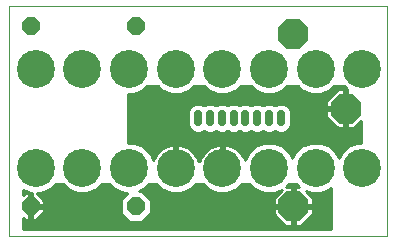
<source format=gbl>
G75*
%MOIN*%
%OFA0B0*%
%FSLAX25Y25*%
%IPPOS*%
%LPD*%
%AMOC8*
5,1,8,0,0,1.08239X$1,22.5*
%
%ADD10C,0.00000*%
%ADD11OC8,0.06000*%
%ADD12C,0.12661*%
%ADD13C,0.02700*%
%ADD14OC8,0.10000*%
%ADD15C,0.01000*%
D10*
X0001000Y0001000D02*
X0001000Y0077772D01*
X0126984Y0077772D01*
X0126984Y0001000D01*
X0001000Y0001000D01*
D11*
X0008126Y0011000D03*
X0043126Y0011000D03*
X0043126Y0071000D03*
X0008126Y0071000D03*
D12*
X0009780Y0056866D03*
X0025331Y0056866D03*
X0040882Y0056866D03*
X0056433Y0056866D03*
X0071984Y0056866D03*
X0087535Y0056866D03*
X0103087Y0056866D03*
X0118638Y0056866D03*
X0118638Y0023795D03*
X0103087Y0023795D03*
X0087535Y0023795D03*
X0071984Y0023795D03*
X0056433Y0023795D03*
X0040882Y0023795D03*
X0025331Y0023795D03*
X0009780Y0023795D03*
D13*
X0063874Y0039020D02*
X0063874Y0041720D01*
X0067811Y0041720D02*
X0067811Y0039020D01*
X0071748Y0039020D02*
X0071748Y0041720D01*
X0075685Y0041720D02*
X0075685Y0039020D01*
X0079622Y0039020D02*
X0079622Y0041720D01*
X0083559Y0041720D02*
X0083559Y0039020D01*
X0087496Y0039020D02*
X0087496Y0041720D01*
X0091433Y0041720D02*
X0091433Y0039020D01*
D14*
X0113126Y0043500D03*
X0095626Y0068500D03*
X0095626Y0011000D03*
D15*
X0096126Y0010985D02*
X0108126Y0010985D01*
X0108126Y0009987D02*
X0102126Y0009987D01*
X0102126Y0010500D02*
X0096126Y0010500D01*
X0096126Y0011500D01*
X0102126Y0011500D01*
X0102126Y0013692D01*
X0099778Y0016040D01*
X0101410Y0015365D01*
X0104764Y0015365D01*
X0107862Y0016648D01*
X0108126Y0016912D01*
X0108126Y0003500D01*
X0005626Y0003500D01*
X0005626Y0007136D01*
X0006262Y0006500D01*
X0007626Y0006500D01*
X0007626Y0010500D01*
X0008626Y0010500D01*
X0008626Y0011500D01*
X0012626Y0011500D01*
X0012626Y0012864D01*
X0010125Y0015365D01*
X0011456Y0015365D01*
X0014555Y0016648D01*
X0016407Y0018500D01*
X0018703Y0018500D01*
X0020555Y0016648D01*
X0023654Y0015365D01*
X0027008Y0015365D01*
X0030106Y0016648D01*
X0031958Y0018500D01*
X0034254Y0018500D01*
X0036106Y0016648D01*
X0039205Y0015365D01*
X0040278Y0015365D01*
X0038026Y0013112D01*
X0038026Y0008888D01*
X0041013Y0005900D01*
X0045238Y0005900D01*
X0048226Y0008888D01*
X0048226Y0013112D01*
X0045238Y0016100D01*
X0044334Y0016100D01*
X0045657Y0016648D01*
X0047509Y0018500D01*
X0049806Y0018500D01*
X0051657Y0016648D01*
X0054756Y0015365D01*
X0058110Y0015365D01*
X0061209Y0016648D01*
X0063061Y0018500D01*
X0065357Y0018500D01*
X0067209Y0016648D01*
X0070307Y0015365D01*
X0073661Y0015365D01*
X0076760Y0016648D01*
X0078612Y0018500D01*
X0080908Y0018500D01*
X0082760Y0016648D01*
X0085858Y0015365D01*
X0089212Y0015365D01*
X0091920Y0016486D01*
X0089126Y0013692D01*
X0089126Y0011500D01*
X0095126Y0011500D01*
X0095126Y0017500D01*
X0093163Y0017500D01*
X0094163Y0018500D01*
X0096459Y0018500D01*
X0097459Y0017500D01*
X0096126Y0017500D01*
X0096126Y0011500D01*
X0095126Y0011500D01*
X0095126Y0010500D01*
X0096126Y0010500D01*
X0096126Y0004500D01*
X0098318Y0004500D01*
X0102126Y0008308D01*
X0102126Y0010500D01*
X0102126Y0011984D02*
X0108126Y0011984D01*
X0108126Y0012982D02*
X0102126Y0012982D01*
X0101838Y0013981D02*
X0108126Y0013981D01*
X0108126Y0014979D02*
X0100839Y0014979D01*
X0099929Y0015978D02*
X0099841Y0015978D01*
X0096984Y0017975D02*
X0093638Y0017975D01*
X0095126Y0016976D02*
X0096126Y0016976D01*
X0096126Y0015978D02*
X0095126Y0015978D01*
X0095126Y0014979D02*
X0096126Y0014979D01*
X0096126Y0013981D02*
X0095126Y0013981D01*
X0095126Y0012982D02*
X0096126Y0012982D01*
X0096126Y0011984D02*
X0095126Y0011984D01*
X0095126Y0010985D02*
X0048226Y0010985D01*
X0048226Y0009987D02*
X0089126Y0009987D01*
X0089126Y0010500D02*
X0089126Y0008308D01*
X0092934Y0004500D01*
X0095126Y0004500D01*
X0095126Y0010500D01*
X0089126Y0010500D01*
X0089126Y0011984D02*
X0048226Y0011984D01*
X0048226Y0012982D02*
X0089126Y0012982D01*
X0089414Y0013981D02*
X0047358Y0013981D01*
X0046359Y0014979D02*
X0090413Y0014979D01*
X0090693Y0015978D02*
X0091411Y0015978D01*
X0084378Y0015978D02*
X0075141Y0015978D01*
X0077088Y0016976D02*
X0082432Y0016976D01*
X0081433Y0017975D02*
X0078086Y0017975D01*
X0068827Y0015978D02*
X0059590Y0015978D01*
X0061537Y0016976D02*
X0066881Y0016976D01*
X0065882Y0017975D02*
X0062535Y0017975D01*
X0053276Y0015978D02*
X0045361Y0015978D01*
X0045986Y0016976D02*
X0051329Y0016976D01*
X0050331Y0017975D02*
X0046984Y0017975D01*
X0039893Y0014979D02*
X0010511Y0014979D01*
X0011509Y0013981D02*
X0038894Y0013981D01*
X0038026Y0012982D02*
X0012508Y0012982D01*
X0012626Y0011984D02*
X0038026Y0011984D01*
X0038026Y0010985D02*
X0008626Y0010985D01*
X0008626Y0010500D02*
X0012626Y0010500D01*
X0012626Y0009136D01*
X0009990Y0006500D01*
X0008626Y0006500D01*
X0008626Y0010500D01*
X0008626Y0009987D02*
X0007626Y0009987D01*
X0007626Y0008988D02*
X0008626Y0008988D01*
X0008626Y0007990D02*
X0007626Y0007990D01*
X0007626Y0006991D02*
X0008626Y0006991D01*
X0010481Y0006991D02*
X0039922Y0006991D01*
X0040921Y0005993D02*
X0005626Y0005993D01*
X0005626Y0006991D02*
X0005771Y0006991D01*
X0005626Y0004994D02*
X0092440Y0004994D01*
X0091441Y0005993D02*
X0045331Y0005993D01*
X0046330Y0006991D02*
X0090443Y0006991D01*
X0089444Y0007990D02*
X0047328Y0007990D01*
X0048226Y0008988D02*
X0089126Y0008988D01*
X0095126Y0008988D02*
X0096126Y0008988D01*
X0096126Y0007990D02*
X0095126Y0007990D01*
X0095126Y0006991D02*
X0096126Y0006991D01*
X0096126Y0005993D02*
X0095126Y0005993D01*
X0095126Y0004994D02*
X0096126Y0004994D01*
X0098812Y0004994D02*
X0108126Y0004994D01*
X0108126Y0003996D02*
X0005626Y0003996D01*
X0011480Y0007990D02*
X0038924Y0007990D01*
X0038026Y0008988D02*
X0012478Y0008988D01*
X0012626Y0009987D02*
X0038026Y0009987D01*
X0037725Y0015978D02*
X0028488Y0015978D01*
X0030434Y0016976D02*
X0035778Y0016976D01*
X0034780Y0017975D02*
X0031433Y0017975D01*
X0022174Y0015978D02*
X0012937Y0015978D01*
X0014883Y0016976D02*
X0020227Y0016976D01*
X0019228Y0017975D02*
X0015882Y0017975D01*
X0008626Y0015365D02*
X0008626Y0011500D01*
X0007626Y0011500D01*
X0007626Y0015500D01*
X0006262Y0015500D01*
X0005626Y0014864D01*
X0005626Y0016390D01*
X0008103Y0015365D01*
X0008626Y0015365D01*
X0008626Y0014979D02*
X0007626Y0014979D01*
X0006622Y0015978D02*
X0005626Y0015978D01*
X0005626Y0014979D02*
X0005741Y0014979D01*
X0007626Y0013981D02*
X0008626Y0013981D01*
X0008626Y0012982D02*
X0007626Y0012982D01*
X0007626Y0011984D02*
X0008626Y0011984D01*
X0040626Y0032226D02*
X0040626Y0048435D01*
X0042559Y0048435D01*
X0045657Y0049719D01*
X0046939Y0051000D01*
X0050376Y0051000D01*
X0051657Y0049719D01*
X0054756Y0048435D01*
X0058110Y0048435D01*
X0061209Y0049719D01*
X0062490Y0051000D01*
X0065928Y0051000D01*
X0067209Y0049719D01*
X0070307Y0048435D01*
X0073661Y0048435D01*
X0076760Y0049719D01*
X0078041Y0051000D01*
X0081479Y0051000D01*
X0082760Y0049719D01*
X0085858Y0048435D01*
X0089212Y0048435D01*
X0092311Y0049719D01*
X0093592Y0051000D01*
X0097030Y0051000D01*
X0098311Y0049719D01*
X0101410Y0048435D01*
X0104764Y0048435D01*
X0107862Y0049719D01*
X0109143Y0051000D01*
X0112581Y0051000D01*
X0113626Y0049955D01*
X0113626Y0044000D01*
X0112626Y0044000D01*
X0112626Y0050000D01*
X0110434Y0050000D01*
X0106626Y0046192D01*
X0106626Y0044000D01*
X0112626Y0044000D01*
X0112626Y0043000D01*
X0113626Y0043000D01*
X0113626Y0037000D01*
X0115818Y0037000D01*
X0118126Y0039308D01*
X0118126Y0032226D01*
X0116961Y0032226D01*
X0113862Y0030942D01*
X0111491Y0028571D01*
X0110862Y0027054D01*
X0110234Y0028571D01*
X0107862Y0030942D01*
X0104764Y0032226D01*
X0101410Y0032226D01*
X0098311Y0030942D01*
X0095939Y0028571D01*
X0095311Y0027054D01*
X0094683Y0028571D01*
X0092311Y0030942D01*
X0089212Y0032226D01*
X0085858Y0032226D01*
X0082760Y0030942D01*
X0080388Y0028571D01*
X0079431Y0026260D01*
X0079415Y0026318D01*
X0079022Y0027266D01*
X0078509Y0028155D01*
X0077884Y0028969D01*
X0077158Y0029695D01*
X0076344Y0030320D01*
X0075455Y0030833D01*
X0074507Y0031226D01*
X0073515Y0031492D01*
X0072498Y0031626D01*
X0072484Y0031626D01*
X0072484Y0026000D01*
X0071484Y0026000D01*
X0071484Y0031626D01*
X0071471Y0031626D01*
X0070453Y0031492D01*
X0069462Y0031226D01*
X0068513Y0030833D01*
X0067624Y0030320D01*
X0066810Y0029695D01*
X0066084Y0028969D01*
X0065459Y0028155D01*
X0064946Y0027266D01*
X0064553Y0026318D01*
X0064468Y0026000D01*
X0063949Y0026000D01*
X0063864Y0026318D01*
X0063471Y0027266D01*
X0062958Y0028155D01*
X0062333Y0028969D01*
X0061607Y0029695D01*
X0060793Y0030320D01*
X0059904Y0030833D01*
X0058956Y0031226D01*
X0057964Y0031492D01*
X0056946Y0031626D01*
X0056933Y0031626D01*
X0056933Y0026000D01*
X0055933Y0026000D01*
X0055933Y0031626D01*
X0055920Y0031626D01*
X0054902Y0031492D01*
X0053911Y0031226D01*
X0052962Y0030833D01*
X0052073Y0030320D01*
X0051259Y0029695D01*
X0050533Y0028969D01*
X0049908Y0028155D01*
X0049395Y0027266D01*
X0049002Y0026318D01*
X0048986Y0026260D01*
X0048029Y0028571D01*
X0045657Y0030942D01*
X0042559Y0032226D01*
X0040626Y0032226D01*
X0040626Y0032952D02*
X0118126Y0032952D01*
X0118126Y0033951D02*
X0040626Y0033951D01*
X0040626Y0034949D02*
X0118126Y0034949D01*
X0118126Y0035948D02*
X0093031Y0035948D01*
X0093387Y0036095D02*
X0094358Y0037066D01*
X0094883Y0038334D01*
X0094883Y0042406D01*
X0094358Y0043674D01*
X0093387Y0044645D01*
X0092119Y0045170D01*
X0090747Y0045170D01*
X0089479Y0044645D01*
X0089465Y0044631D01*
X0089450Y0044645D01*
X0088182Y0045170D01*
X0086810Y0045170D01*
X0085542Y0044645D01*
X0085528Y0044631D01*
X0085513Y0044645D01*
X0084245Y0045170D01*
X0082873Y0045170D01*
X0081605Y0044645D01*
X0081591Y0044631D01*
X0081576Y0044645D01*
X0080308Y0045170D01*
X0078936Y0045170D01*
X0077668Y0044645D01*
X0077654Y0044631D01*
X0077639Y0044645D01*
X0076371Y0045170D01*
X0074999Y0045170D01*
X0073731Y0044645D01*
X0073717Y0044631D01*
X0073702Y0044645D01*
X0072434Y0045170D01*
X0071062Y0045170D01*
X0069794Y0044645D01*
X0069780Y0044631D01*
X0069765Y0044645D01*
X0068497Y0045170D01*
X0067125Y0045170D01*
X0065857Y0044645D01*
X0065843Y0044631D01*
X0065828Y0044645D01*
X0064560Y0045170D01*
X0063188Y0045170D01*
X0061920Y0044645D01*
X0060949Y0043674D01*
X0060424Y0042406D01*
X0060424Y0038334D01*
X0060949Y0037066D01*
X0061920Y0036095D01*
X0063188Y0035570D01*
X0064560Y0035570D01*
X0065828Y0036095D01*
X0065843Y0036110D01*
X0065857Y0036095D01*
X0067125Y0035570D01*
X0068497Y0035570D01*
X0069765Y0036095D01*
X0069780Y0036110D01*
X0069794Y0036095D01*
X0071062Y0035570D01*
X0072434Y0035570D01*
X0073702Y0036095D01*
X0073717Y0036110D01*
X0073731Y0036095D01*
X0074999Y0035570D01*
X0076371Y0035570D01*
X0077639Y0036095D01*
X0077654Y0036110D01*
X0077668Y0036095D01*
X0078936Y0035570D01*
X0080308Y0035570D01*
X0081576Y0036095D01*
X0081591Y0036110D01*
X0081605Y0036095D01*
X0082873Y0035570D01*
X0084245Y0035570D01*
X0085513Y0036095D01*
X0085528Y0036110D01*
X0085542Y0036095D01*
X0086810Y0035570D01*
X0088182Y0035570D01*
X0089450Y0036095D01*
X0089465Y0036110D01*
X0089479Y0036095D01*
X0090747Y0035570D01*
X0092119Y0035570D01*
X0093387Y0036095D01*
X0094238Y0036946D02*
X0118126Y0036946D01*
X0118126Y0037945D02*
X0116763Y0037945D01*
X0117762Y0038943D02*
X0118126Y0038943D01*
X0113626Y0038943D02*
X0112626Y0038943D01*
X0112626Y0037945D02*
X0113626Y0037945D01*
X0112626Y0037000D02*
X0110434Y0037000D01*
X0106626Y0040808D01*
X0106626Y0043000D01*
X0112626Y0043000D01*
X0112626Y0037000D01*
X0109489Y0037945D02*
X0094722Y0037945D01*
X0094883Y0038943D02*
X0108490Y0038943D01*
X0107492Y0039942D02*
X0094883Y0039942D01*
X0094883Y0040940D02*
X0106626Y0040940D01*
X0106626Y0041939D02*
X0094883Y0041939D01*
X0094663Y0042937D02*
X0106626Y0042937D01*
X0106626Y0044934D02*
X0092688Y0044934D01*
X0094096Y0043936D02*
X0112626Y0043936D01*
X0112626Y0042937D02*
X0113626Y0042937D01*
X0113626Y0041939D02*
X0112626Y0041939D01*
X0112626Y0040940D02*
X0113626Y0040940D01*
X0113626Y0039942D02*
X0112626Y0039942D01*
X0112626Y0044934D02*
X0113626Y0044934D01*
X0113626Y0045933D02*
X0112626Y0045933D01*
X0112626Y0046932D02*
X0113626Y0046932D01*
X0113626Y0047930D02*
X0112626Y0047930D01*
X0112626Y0048929D02*
X0113626Y0048929D01*
X0113626Y0049927D02*
X0112626Y0049927D01*
X0112656Y0050926D02*
X0109069Y0050926D01*
X0108070Y0049927D02*
X0110361Y0049927D01*
X0109362Y0048929D02*
X0105954Y0048929D01*
X0108364Y0047930D02*
X0040626Y0047930D01*
X0040626Y0046932D02*
X0107365Y0046932D01*
X0106626Y0045933D02*
X0040626Y0045933D01*
X0040626Y0044934D02*
X0062619Y0044934D01*
X0061211Y0043936D02*
X0040626Y0043936D01*
X0040626Y0042937D02*
X0060644Y0042937D01*
X0060424Y0041939D02*
X0040626Y0041939D01*
X0040626Y0040940D02*
X0060424Y0040940D01*
X0060424Y0039942D02*
X0040626Y0039942D01*
X0040626Y0038943D02*
X0060424Y0038943D01*
X0060585Y0037945D02*
X0040626Y0037945D01*
X0040626Y0036946D02*
X0061069Y0036946D01*
X0062276Y0035948D02*
X0040626Y0035948D01*
X0043216Y0031954D02*
X0085202Y0031954D01*
X0082791Y0030955D02*
X0075161Y0030955D01*
X0076818Y0029957D02*
X0081774Y0029957D01*
X0080776Y0028958D02*
X0077893Y0028958D01*
X0078622Y0027960D02*
X0080135Y0027960D01*
X0079722Y0026961D02*
X0079149Y0026961D01*
X0072484Y0026961D02*
X0071484Y0026961D01*
X0071484Y0027960D02*
X0072484Y0027960D01*
X0072484Y0028958D02*
X0071484Y0028958D01*
X0071484Y0029957D02*
X0072484Y0029957D01*
X0072484Y0030955D02*
X0071484Y0030955D01*
X0068808Y0030955D02*
X0059610Y0030955D01*
X0061267Y0029957D02*
X0067151Y0029957D01*
X0066076Y0028958D02*
X0062342Y0028958D01*
X0063071Y0027960D02*
X0065347Y0027960D01*
X0064820Y0026961D02*
X0063598Y0026961D01*
X0056933Y0026961D02*
X0055933Y0026961D01*
X0055933Y0027960D02*
X0056933Y0027960D01*
X0056933Y0028958D02*
X0055933Y0028958D01*
X0055933Y0029957D02*
X0056933Y0029957D01*
X0056933Y0030955D02*
X0055933Y0030955D01*
X0053256Y0030955D02*
X0045626Y0030955D01*
X0046643Y0029957D02*
X0051600Y0029957D01*
X0050524Y0028958D02*
X0047642Y0028958D01*
X0048282Y0027960D02*
X0049795Y0027960D01*
X0049269Y0026961D02*
X0048696Y0026961D01*
X0065472Y0035948D02*
X0066213Y0035948D01*
X0069409Y0035948D02*
X0070150Y0035948D01*
X0073346Y0035948D02*
X0074087Y0035948D01*
X0077283Y0035948D02*
X0078024Y0035948D01*
X0081220Y0035948D02*
X0081961Y0035948D01*
X0085157Y0035948D02*
X0085898Y0035948D01*
X0089094Y0035948D02*
X0089835Y0035948D01*
X0089869Y0031954D02*
X0100753Y0031954D01*
X0098342Y0030955D02*
X0092280Y0030955D01*
X0093297Y0029957D02*
X0097325Y0029957D01*
X0096327Y0028958D02*
X0094295Y0028958D01*
X0094936Y0027960D02*
X0095686Y0027960D01*
X0105421Y0031954D02*
X0116304Y0031954D01*
X0113893Y0030955D02*
X0107831Y0030955D01*
X0108848Y0029957D02*
X0112877Y0029957D01*
X0111878Y0028958D02*
X0109846Y0028958D01*
X0110487Y0027960D02*
X0111237Y0027960D01*
X0108126Y0015978D02*
X0106244Y0015978D01*
X0096126Y0009987D02*
X0095126Y0009987D01*
X0100809Y0006991D02*
X0108126Y0006991D01*
X0108126Y0005993D02*
X0099811Y0005993D01*
X0101808Y0007990D02*
X0108126Y0007990D01*
X0108126Y0008988D02*
X0102126Y0008988D01*
X0090178Y0044934D02*
X0088751Y0044934D01*
X0086241Y0044934D02*
X0084814Y0044934D01*
X0082304Y0044934D02*
X0080877Y0044934D01*
X0078367Y0044934D02*
X0076940Y0044934D01*
X0074430Y0044934D02*
X0073003Y0044934D01*
X0070493Y0044934D02*
X0069066Y0044934D01*
X0066556Y0044934D02*
X0065129Y0044934D01*
X0069117Y0048929D02*
X0059301Y0048929D01*
X0061417Y0049927D02*
X0067001Y0049927D01*
X0066002Y0050926D02*
X0062415Y0050926D01*
X0053566Y0048929D02*
X0043749Y0048929D01*
X0045866Y0049927D02*
X0051449Y0049927D01*
X0050451Y0050926D02*
X0046864Y0050926D01*
X0074852Y0048929D02*
X0084668Y0048929D01*
X0082552Y0049927D02*
X0076968Y0049927D01*
X0077966Y0050926D02*
X0081553Y0050926D01*
X0090403Y0048929D02*
X0100219Y0048929D01*
X0098103Y0049927D02*
X0092519Y0049927D01*
X0093518Y0050926D02*
X0097104Y0050926D01*
M02*

</source>
